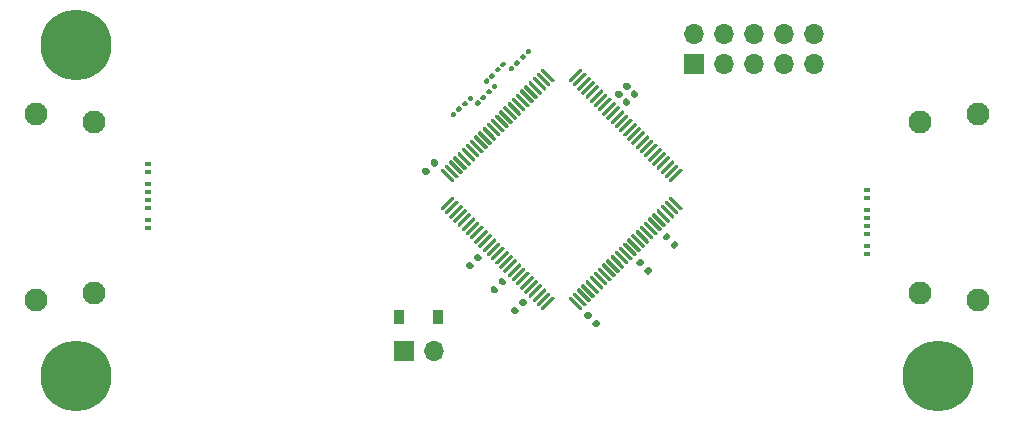
<source format=gbr>
%TF.GenerationSoftware,KiCad,Pcbnew,(5.1.10)-1*%
%TF.CreationDate,2021-07-24T21:30:02+02:00*%
%TF.ProjectId,Trugbild,54727567-6269-46c6-942e-6b696361645f,rev?*%
%TF.SameCoordinates,Original*%
%TF.FileFunction,Soldermask,Top*%
%TF.FilePolarity,Negative*%
%FSLAX46Y46*%
G04 Gerber Fmt 4.6, Leading zero omitted, Abs format (unit mm)*
G04 Created by KiCad (PCBNEW (5.1.10)-1) date 2021-07-24 21:30:02*
%MOMM*%
%LPD*%
G01*
G04 APERTURE LIST*
%ADD10C,6.000000*%
%ADD11O,1.700000X1.700000*%
%ADD12R,1.700000X1.700000*%
%ADD13R,0.550000X0.300000*%
%ADD14C,1.950000*%
%ADD15R,0.900000X1.200000*%
G04 APERTURE END LIST*
D10*
%TO.C,REF\u002A\u002A*%
X108000000Y-118950000D03*
%TD*%
%TO.C,REF\u002A\u002A*%
X181000000Y-118950000D03*
%TD*%
%TO.C,REF\u002A\u002A*%
X108000000Y-90950000D03*
%TD*%
%TO.C,U2*%
G36*
G01*
X139831546Y-102598959D02*
X138894630Y-101662043D01*
G75*
G02*
X138894630Y-101555977I53033J53033D01*
G01*
X139000696Y-101449911D01*
G75*
G02*
X139106762Y-101449911I53033J-53033D01*
G01*
X140043678Y-102386827D01*
G75*
G02*
X140043678Y-102492893I-53033J-53033D01*
G01*
X139937612Y-102598959D01*
G75*
G02*
X139831546Y-102598959I-53033J53033D01*
G01*
G37*
G36*
G01*
X140185099Y-102245406D02*
X139248183Y-101308490D01*
G75*
G02*
X139248183Y-101202424I53033J53033D01*
G01*
X139354249Y-101096358D01*
G75*
G02*
X139460315Y-101096358I53033J-53033D01*
G01*
X140397231Y-102033274D01*
G75*
G02*
X140397231Y-102139340I-53033J-53033D01*
G01*
X140291165Y-102245406D01*
G75*
G02*
X140185099Y-102245406I-53033J53033D01*
G01*
G37*
G36*
G01*
X140538652Y-101891852D02*
X139601736Y-100954936D01*
G75*
G02*
X139601736Y-100848870I53033J53033D01*
G01*
X139707802Y-100742804D01*
G75*
G02*
X139813868Y-100742804I53033J-53033D01*
G01*
X140750784Y-101679720D01*
G75*
G02*
X140750784Y-101785786I-53033J-53033D01*
G01*
X140644718Y-101891852D01*
G75*
G02*
X140538652Y-101891852I-53033J53033D01*
G01*
G37*
G36*
G01*
X140892206Y-101538299D02*
X139955290Y-100601383D01*
G75*
G02*
X139955290Y-100495317I53033J53033D01*
G01*
X140061356Y-100389251D01*
G75*
G02*
X140167422Y-100389251I53033J-53033D01*
G01*
X141104338Y-101326167D01*
G75*
G02*
X141104338Y-101432233I-53033J-53033D01*
G01*
X140998272Y-101538299D01*
G75*
G02*
X140892206Y-101538299I-53033J53033D01*
G01*
G37*
G36*
G01*
X141245759Y-101184745D02*
X140308843Y-100247829D01*
G75*
G02*
X140308843Y-100141763I53033J53033D01*
G01*
X140414909Y-100035697D01*
G75*
G02*
X140520975Y-100035697I53033J-53033D01*
G01*
X141457891Y-100972613D01*
G75*
G02*
X141457891Y-101078679I-53033J-53033D01*
G01*
X141351825Y-101184745D01*
G75*
G02*
X141245759Y-101184745I-53033J53033D01*
G01*
G37*
G36*
G01*
X141599313Y-100831192D02*
X140662397Y-99894276D01*
G75*
G02*
X140662397Y-99788210I53033J53033D01*
G01*
X140768463Y-99682144D01*
G75*
G02*
X140874529Y-99682144I53033J-53033D01*
G01*
X141811445Y-100619060D01*
G75*
G02*
X141811445Y-100725126I-53033J-53033D01*
G01*
X141705379Y-100831192D01*
G75*
G02*
X141599313Y-100831192I-53033J53033D01*
G01*
G37*
G36*
G01*
X141952866Y-100477639D02*
X141015950Y-99540723D01*
G75*
G02*
X141015950Y-99434657I53033J53033D01*
G01*
X141122016Y-99328591D01*
G75*
G02*
X141228082Y-99328591I53033J-53033D01*
G01*
X142164998Y-100265507D01*
G75*
G02*
X142164998Y-100371573I-53033J-53033D01*
G01*
X142058932Y-100477639D01*
G75*
G02*
X141952866Y-100477639I-53033J53033D01*
G01*
G37*
G36*
G01*
X142306419Y-100124085D02*
X141369503Y-99187169D01*
G75*
G02*
X141369503Y-99081103I53033J53033D01*
G01*
X141475569Y-98975037D01*
G75*
G02*
X141581635Y-98975037I53033J-53033D01*
G01*
X142518551Y-99911953D01*
G75*
G02*
X142518551Y-100018019I-53033J-53033D01*
G01*
X142412485Y-100124085D01*
G75*
G02*
X142306419Y-100124085I-53033J53033D01*
G01*
G37*
G36*
G01*
X142659973Y-99770532D02*
X141723057Y-98833616D01*
G75*
G02*
X141723057Y-98727550I53033J53033D01*
G01*
X141829123Y-98621484D01*
G75*
G02*
X141935189Y-98621484I53033J-53033D01*
G01*
X142872105Y-99558400D01*
G75*
G02*
X142872105Y-99664466I-53033J-53033D01*
G01*
X142766039Y-99770532D01*
G75*
G02*
X142659973Y-99770532I-53033J53033D01*
G01*
G37*
G36*
G01*
X143013526Y-99416978D02*
X142076610Y-98480062D01*
G75*
G02*
X142076610Y-98373996I53033J53033D01*
G01*
X142182676Y-98267930D01*
G75*
G02*
X142288742Y-98267930I53033J-53033D01*
G01*
X143225658Y-99204846D01*
G75*
G02*
X143225658Y-99310912I-53033J-53033D01*
G01*
X143119592Y-99416978D01*
G75*
G02*
X143013526Y-99416978I-53033J53033D01*
G01*
G37*
G36*
G01*
X143367080Y-99063425D02*
X142430164Y-98126509D01*
G75*
G02*
X142430164Y-98020443I53033J53033D01*
G01*
X142536230Y-97914377D01*
G75*
G02*
X142642296Y-97914377I53033J-53033D01*
G01*
X143579212Y-98851293D01*
G75*
G02*
X143579212Y-98957359I-53033J-53033D01*
G01*
X143473146Y-99063425D01*
G75*
G02*
X143367080Y-99063425I-53033J53033D01*
G01*
G37*
G36*
G01*
X143720633Y-98709872D02*
X142783717Y-97772956D01*
G75*
G02*
X142783717Y-97666890I53033J53033D01*
G01*
X142889783Y-97560824D01*
G75*
G02*
X142995849Y-97560824I53033J-53033D01*
G01*
X143932765Y-98497740D01*
G75*
G02*
X143932765Y-98603806I-53033J-53033D01*
G01*
X143826699Y-98709872D01*
G75*
G02*
X143720633Y-98709872I-53033J53033D01*
G01*
G37*
G36*
G01*
X144074186Y-98356318D02*
X143137270Y-97419402D01*
G75*
G02*
X143137270Y-97313336I53033J53033D01*
G01*
X143243336Y-97207270D01*
G75*
G02*
X143349402Y-97207270I53033J-53033D01*
G01*
X144286318Y-98144186D01*
G75*
G02*
X144286318Y-98250252I-53033J-53033D01*
G01*
X144180252Y-98356318D01*
G75*
G02*
X144074186Y-98356318I-53033J53033D01*
G01*
G37*
G36*
G01*
X144427740Y-98002765D02*
X143490824Y-97065849D01*
G75*
G02*
X143490824Y-96959783I53033J53033D01*
G01*
X143596890Y-96853717D01*
G75*
G02*
X143702956Y-96853717I53033J-53033D01*
G01*
X144639872Y-97790633D01*
G75*
G02*
X144639872Y-97896699I-53033J-53033D01*
G01*
X144533806Y-98002765D01*
G75*
G02*
X144427740Y-98002765I-53033J53033D01*
G01*
G37*
G36*
G01*
X144781293Y-97649212D02*
X143844377Y-96712296D01*
G75*
G02*
X143844377Y-96606230I53033J53033D01*
G01*
X143950443Y-96500164D01*
G75*
G02*
X144056509Y-96500164I53033J-53033D01*
G01*
X144993425Y-97437080D01*
G75*
G02*
X144993425Y-97543146I-53033J-53033D01*
G01*
X144887359Y-97649212D01*
G75*
G02*
X144781293Y-97649212I-53033J53033D01*
G01*
G37*
G36*
G01*
X145134846Y-97295658D02*
X144197930Y-96358742D01*
G75*
G02*
X144197930Y-96252676I53033J53033D01*
G01*
X144303996Y-96146610D01*
G75*
G02*
X144410062Y-96146610I53033J-53033D01*
G01*
X145346978Y-97083526D01*
G75*
G02*
X145346978Y-97189592I-53033J-53033D01*
G01*
X145240912Y-97295658D01*
G75*
G02*
X145134846Y-97295658I-53033J53033D01*
G01*
G37*
G36*
G01*
X145488400Y-96942105D02*
X144551484Y-96005189D01*
G75*
G02*
X144551484Y-95899123I53033J53033D01*
G01*
X144657550Y-95793057D01*
G75*
G02*
X144763616Y-95793057I53033J-53033D01*
G01*
X145700532Y-96729973D01*
G75*
G02*
X145700532Y-96836039I-53033J-53033D01*
G01*
X145594466Y-96942105D01*
G75*
G02*
X145488400Y-96942105I-53033J53033D01*
G01*
G37*
G36*
G01*
X145841953Y-96588551D02*
X144905037Y-95651635D01*
G75*
G02*
X144905037Y-95545569I53033J53033D01*
G01*
X145011103Y-95439503D01*
G75*
G02*
X145117169Y-95439503I53033J-53033D01*
G01*
X146054085Y-96376419D01*
G75*
G02*
X146054085Y-96482485I-53033J-53033D01*
G01*
X145948019Y-96588551D01*
G75*
G02*
X145841953Y-96588551I-53033J53033D01*
G01*
G37*
G36*
G01*
X146195507Y-96234998D02*
X145258591Y-95298082D01*
G75*
G02*
X145258591Y-95192016I53033J53033D01*
G01*
X145364657Y-95085950D01*
G75*
G02*
X145470723Y-95085950I53033J-53033D01*
G01*
X146407639Y-96022866D01*
G75*
G02*
X146407639Y-96128932I-53033J-53033D01*
G01*
X146301573Y-96234998D01*
G75*
G02*
X146195507Y-96234998I-53033J53033D01*
G01*
G37*
G36*
G01*
X146549060Y-95881445D02*
X145612144Y-94944529D01*
G75*
G02*
X145612144Y-94838463I53033J53033D01*
G01*
X145718210Y-94732397D01*
G75*
G02*
X145824276Y-94732397I53033J-53033D01*
G01*
X146761192Y-95669313D01*
G75*
G02*
X146761192Y-95775379I-53033J-53033D01*
G01*
X146655126Y-95881445D01*
G75*
G02*
X146549060Y-95881445I-53033J53033D01*
G01*
G37*
G36*
G01*
X146902613Y-95527891D02*
X145965697Y-94590975D01*
G75*
G02*
X145965697Y-94484909I53033J53033D01*
G01*
X146071763Y-94378843D01*
G75*
G02*
X146177829Y-94378843I53033J-53033D01*
G01*
X147114745Y-95315759D01*
G75*
G02*
X147114745Y-95421825I-53033J-53033D01*
G01*
X147008679Y-95527891D01*
G75*
G02*
X146902613Y-95527891I-53033J53033D01*
G01*
G37*
G36*
G01*
X147256167Y-95174338D02*
X146319251Y-94237422D01*
G75*
G02*
X146319251Y-94131356I53033J53033D01*
G01*
X146425317Y-94025290D01*
G75*
G02*
X146531383Y-94025290I53033J-53033D01*
G01*
X147468299Y-94962206D01*
G75*
G02*
X147468299Y-95068272I-53033J-53033D01*
G01*
X147362233Y-95174338D01*
G75*
G02*
X147256167Y-95174338I-53033J53033D01*
G01*
G37*
G36*
G01*
X147609720Y-94820784D02*
X146672804Y-93883868D01*
G75*
G02*
X146672804Y-93777802I53033J53033D01*
G01*
X146778870Y-93671736D01*
G75*
G02*
X146884936Y-93671736I53033J-53033D01*
G01*
X147821852Y-94608652D01*
G75*
G02*
X147821852Y-94714718I-53033J-53033D01*
G01*
X147715786Y-94820784D01*
G75*
G02*
X147609720Y-94820784I-53033J53033D01*
G01*
G37*
G36*
G01*
X147963274Y-94467231D02*
X147026358Y-93530315D01*
G75*
G02*
X147026358Y-93424249I53033J53033D01*
G01*
X147132424Y-93318183D01*
G75*
G02*
X147238490Y-93318183I53033J-53033D01*
G01*
X148175406Y-94255099D01*
G75*
G02*
X148175406Y-94361165I-53033J-53033D01*
G01*
X148069340Y-94467231D01*
G75*
G02*
X147963274Y-94467231I-53033J53033D01*
G01*
G37*
G36*
G01*
X148316827Y-94113678D02*
X147379911Y-93176762D01*
G75*
G02*
X147379911Y-93070696I53033J53033D01*
G01*
X147485977Y-92964630D01*
G75*
G02*
X147592043Y-92964630I53033J-53033D01*
G01*
X148528959Y-93901546D01*
G75*
G02*
X148528959Y-94007612I-53033J-53033D01*
G01*
X148422893Y-94113678D01*
G75*
G02*
X148316827Y-94113678I-53033J53033D01*
G01*
G37*
G36*
G01*
X149837107Y-94113678D02*
X149731041Y-94007612D01*
G75*
G02*
X149731041Y-93901546I53033J53033D01*
G01*
X150667957Y-92964630D01*
G75*
G02*
X150774023Y-92964630I53033J-53033D01*
G01*
X150880089Y-93070696D01*
G75*
G02*
X150880089Y-93176762I-53033J-53033D01*
G01*
X149943173Y-94113678D01*
G75*
G02*
X149837107Y-94113678I-53033J53033D01*
G01*
G37*
G36*
G01*
X150190660Y-94467231D02*
X150084594Y-94361165D01*
G75*
G02*
X150084594Y-94255099I53033J53033D01*
G01*
X151021510Y-93318183D01*
G75*
G02*
X151127576Y-93318183I53033J-53033D01*
G01*
X151233642Y-93424249D01*
G75*
G02*
X151233642Y-93530315I-53033J-53033D01*
G01*
X150296726Y-94467231D01*
G75*
G02*
X150190660Y-94467231I-53033J53033D01*
G01*
G37*
G36*
G01*
X150544214Y-94820784D02*
X150438148Y-94714718D01*
G75*
G02*
X150438148Y-94608652I53033J53033D01*
G01*
X151375064Y-93671736D01*
G75*
G02*
X151481130Y-93671736I53033J-53033D01*
G01*
X151587196Y-93777802D01*
G75*
G02*
X151587196Y-93883868I-53033J-53033D01*
G01*
X150650280Y-94820784D01*
G75*
G02*
X150544214Y-94820784I-53033J53033D01*
G01*
G37*
G36*
G01*
X150897767Y-95174338D02*
X150791701Y-95068272D01*
G75*
G02*
X150791701Y-94962206I53033J53033D01*
G01*
X151728617Y-94025290D01*
G75*
G02*
X151834683Y-94025290I53033J-53033D01*
G01*
X151940749Y-94131356D01*
G75*
G02*
X151940749Y-94237422I-53033J-53033D01*
G01*
X151003833Y-95174338D01*
G75*
G02*
X150897767Y-95174338I-53033J53033D01*
G01*
G37*
G36*
G01*
X151251321Y-95527891D02*
X151145255Y-95421825D01*
G75*
G02*
X151145255Y-95315759I53033J53033D01*
G01*
X152082171Y-94378843D01*
G75*
G02*
X152188237Y-94378843I53033J-53033D01*
G01*
X152294303Y-94484909D01*
G75*
G02*
X152294303Y-94590975I-53033J-53033D01*
G01*
X151357387Y-95527891D01*
G75*
G02*
X151251321Y-95527891I-53033J53033D01*
G01*
G37*
G36*
G01*
X151604874Y-95881445D02*
X151498808Y-95775379D01*
G75*
G02*
X151498808Y-95669313I53033J53033D01*
G01*
X152435724Y-94732397D01*
G75*
G02*
X152541790Y-94732397I53033J-53033D01*
G01*
X152647856Y-94838463D01*
G75*
G02*
X152647856Y-94944529I-53033J-53033D01*
G01*
X151710940Y-95881445D01*
G75*
G02*
X151604874Y-95881445I-53033J53033D01*
G01*
G37*
G36*
G01*
X151958427Y-96234998D02*
X151852361Y-96128932D01*
G75*
G02*
X151852361Y-96022866I53033J53033D01*
G01*
X152789277Y-95085950D01*
G75*
G02*
X152895343Y-95085950I53033J-53033D01*
G01*
X153001409Y-95192016D01*
G75*
G02*
X153001409Y-95298082I-53033J-53033D01*
G01*
X152064493Y-96234998D01*
G75*
G02*
X151958427Y-96234998I-53033J53033D01*
G01*
G37*
G36*
G01*
X152311981Y-96588551D02*
X152205915Y-96482485D01*
G75*
G02*
X152205915Y-96376419I53033J53033D01*
G01*
X153142831Y-95439503D01*
G75*
G02*
X153248897Y-95439503I53033J-53033D01*
G01*
X153354963Y-95545569D01*
G75*
G02*
X153354963Y-95651635I-53033J-53033D01*
G01*
X152418047Y-96588551D01*
G75*
G02*
X152311981Y-96588551I-53033J53033D01*
G01*
G37*
G36*
G01*
X152665534Y-96942105D02*
X152559468Y-96836039D01*
G75*
G02*
X152559468Y-96729973I53033J53033D01*
G01*
X153496384Y-95793057D01*
G75*
G02*
X153602450Y-95793057I53033J-53033D01*
G01*
X153708516Y-95899123D01*
G75*
G02*
X153708516Y-96005189I-53033J-53033D01*
G01*
X152771600Y-96942105D01*
G75*
G02*
X152665534Y-96942105I-53033J53033D01*
G01*
G37*
G36*
G01*
X153019088Y-97295658D02*
X152913022Y-97189592D01*
G75*
G02*
X152913022Y-97083526I53033J53033D01*
G01*
X153849938Y-96146610D01*
G75*
G02*
X153956004Y-96146610I53033J-53033D01*
G01*
X154062070Y-96252676D01*
G75*
G02*
X154062070Y-96358742I-53033J-53033D01*
G01*
X153125154Y-97295658D01*
G75*
G02*
X153019088Y-97295658I-53033J53033D01*
G01*
G37*
G36*
G01*
X153372641Y-97649212D02*
X153266575Y-97543146D01*
G75*
G02*
X153266575Y-97437080I53033J53033D01*
G01*
X154203491Y-96500164D01*
G75*
G02*
X154309557Y-96500164I53033J-53033D01*
G01*
X154415623Y-96606230D01*
G75*
G02*
X154415623Y-96712296I-53033J-53033D01*
G01*
X153478707Y-97649212D01*
G75*
G02*
X153372641Y-97649212I-53033J53033D01*
G01*
G37*
G36*
G01*
X153726194Y-98002765D02*
X153620128Y-97896699D01*
G75*
G02*
X153620128Y-97790633I53033J53033D01*
G01*
X154557044Y-96853717D01*
G75*
G02*
X154663110Y-96853717I53033J-53033D01*
G01*
X154769176Y-96959783D01*
G75*
G02*
X154769176Y-97065849I-53033J-53033D01*
G01*
X153832260Y-98002765D01*
G75*
G02*
X153726194Y-98002765I-53033J53033D01*
G01*
G37*
G36*
G01*
X154079748Y-98356318D02*
X153973682Y-98250252D01*
G75*
G02*
X153973682Y-98144186I53033J53033D01*
G01*
X154910598Y-97207270D01*
G75*
G02*
X155016664Y-97207270I53033J-53033D01*
G01*
X155122730Y-97313336D01*
G75*
G02*
X155122730Y-97419402I-53033J-53033D01*
G01*
X154185814Y-98356318D01*
G75*
G02*
X154079748Y-98356318I-53033J53033D01*
G01*
G37*
G36*
G01*
X154433301Y-98709872D02*
X154327235Y-98603806D01*
G75*
G02*
X154327235Y-98497740I53033J53033D01*
G01*
X155264151Y-97560824D01*
G75*
G02*
X155370217Y-97560824I53033J-53033D01*
G01*
X155476283Y-97666890D01*
G75*
G02*
X155476283Y-97772956I-53033J-53033D01*
G01*
X154539367Y-98709872D01*
G75*
G02*
X154433301Y-98709872I-53033J53033D01*
G01*
G37*
G36*
G01*
X154786854Y-99063425D02*
X154680788Y-98957359D01*
G75*
G02*
X154680788Y-98851293I53033J53033D01*
G01*
X155617704Y-97914377D01*
G75*
G02*
X155723770Y-97914377I53033J-53033D01*
G01*
X155829836Y-98020443D01*
G75*
G02*
X155829836Y-98126509I-53033J-53033D01*
G01*
X154892920Y-99063425D01*
G75*
G02*
X154786854Y-99063425I-53033J53033D01*
G01*
G37*
G36*
G01*
X155140408Y-99416978D02*
X155034342Y-99310912D01*
G75*
G02*
X155034342Y-99204846I53033J53033D01*
G01*
X155971258Y-98267930D01*
G75*
G02*
X156077324Y-98267930I53033J-53033D01*
G01*
X156183390Y-98373996D01*
G75*
G02*
X156183390Y-98480062I-53033J-53033D01*
G01*
X155246474Y-99416978D01*
G75*
G02*
X155140408Y-99416978I-53033J53033D01*
G01*
G37*
G36*
G01*
X155493961Y-99770532D02*
X155387895Y-99664466D01*
G75*
G02*
X155387895Y-99558400I53033J53033D01*
G01*
X156324811Y-98621484D01*
G75*
G02*
X156430877Y-98621484I53033J-53033D01*
G01*
X156536943Y-98727550D01*
G75*
G02*
X156536943Y-98833616I-53033J-53033D01*
G01*
X155600027Y-99770532D01*
G75*
G02*
X155493961Y-99770532I-53033J53033D01*
G01*
G37*
G36*
G01*
X155847515Y-100124085D02*
X155741449Y-100018019D01*
G75*
G02*
X155741449Y-99911953I53033J53033D01*
G01*
X156678365Y-98975037D01*
G75*
G02*
X156784431Y-98975037I53033J-53033D01*
G01*
X156890497Y-99081103D01*
G75*
G02*
X156890497Y-99187169I-53033J-53033D01*
G01*
X155953581Y-100124085D01*
G75*
G02*
X155847515Y-100124085I-53033J53033D01*
G01*
G37*
G36*
G01*
X156201068Y-100477639D02*
X156095002Y-100371573D01*
G75*
G02*
X156095002Y-100265507I53033J53033D01*
G01*
X157031918Y-99328591D01*
G75*
G02*
X157137984Y-99328591I53033J-53033D01*
G01*
X157244050Y-99434657D01*
G75*
G02*
X157244050Y-99540723I-53033J-53033D01*
G01*
X156307134Y-100477639D01*
G75*
G02*
X156201068Y-100477639I-53033J53033D01*
G01*
G37*
G36*
G01*
X156554621Y-100831192D02*
X156448555Y-100725126D01*
G75*
G02*
X156448555Y-100619060I53033J53033D01*
G01*
X157385471Y-99682144D01*
G75*
G02*
X157491537Y-99682144I53033J-53033D01*
G01*
X157597603Y-99788210D01*
G75*
G02*
X157597603Y-99894276I-53033J-53033D01*
G01*
X156660687Y-100831192D01*
G75*
G02*
X156554621Y-100831192I-53033J53033D01*
G01*
G37*
G36*
G01*
X156908175Y-101184745D02*
X156802109Y-101078679D01*
G75*
G02*
X156802109Y-100972613I53033J53033D01*
G01*
X157739025Y-100035697D01*
G75*
G02*
X157845091Y-100035697I53033J-53033D01*
G01*
X157951157Y-100141763D01*
G75*
G02*
X157951157Y-100247829I-53033J-53033D01*
G01*
X157014241Y-101184745D01*
G75*
G02*
X156908175Y-101184745I-53033J53033D01*
G01*
G37*
G36*
G01*
X157261728Y-101538299D02*
X157155662Y-101432233D01*
G75*
G02*
X157155662Y-101326167I53033J53033D01*
G01*
X158092578Y-100389251D01*
G75*
G02*
X158198644Y-100389251I53033J-53033D01*
G01*
X158304710Y-100495317D01*
G75*
G02*
X158304710Y-100601383I-53033J-53033D01*
G01*
X157367794Y-101538299D01*
G75*
G02*
X157261728Y-101538299I-53033J53033D01*
G01*
G37*
G36*
G01*
X157615282Y-101891852D02*
X157509216Y-101785786D01*
G75*
G02*
X157509216Y-101679720I53033J53033D01*
G01*
X158446132Y-100742804D01*
G75*
G02*
X158552198Y-100742804I53033J-53033D01*
G01*
X158658264Y-100848870D01*
G75*
G02*
X158658264Y-100954936I-53033J-53033D01*
G01*
X157721348Y-101891852D01*
G75*
G02*
X157615282Y-101891852I-53033J53033D01*
G01*
G37*
G36*
G01*
X157968835Y-102245406D02*
X157862769Y-102139340D01*
G75*
G02*
X157862769Y-102033274I53033J53033D01*
G01*
X158799685Y-101096358D01*
G75*
G02*
X158905751Y-101096358I53033J-53033D01*
G01*
X159011817Y-101202424D01*
G75*
G02*
X159011817Y-101308490I-53033J-53033D01*
G01*
X158074901Y-102245406D01*
G75*
G02*
X157968835Y-102245406I-53033J53033D01*
G01*
G37*
G36*
G01*
X158322388Y-102598959D02*
X158216322Y-102492893D01*
G75*
G02*
X158216322Y-102386827I53033J53033D01*
G01*
X159153238Y-101449911D01*
G75*
G02*
X159259304Y-101449911I53033J-53033D01*
G01*
X159365370Y-101555977D01*
G75*
G02*
X159365370Y-101662043I-53033J-53033D01*
G01*
X158428454Y-102598959D01*
G75*
G02*
X158322388Y-102598959I-53033J53033D01*
G01*
G37*
G36*
G01*
X159153238Y-104950089D02*
X158216322Y-104013173D01*
G75*
G02*
X158216322Y-103907107I53033J53033D01*
G01*
X158322388Y-103801041D01*
G75*
G02*
X158428454Y-103801041I53033J-53033D01*
G01*
X159365370Y-104737957D01*
G75*
G02*
X159365370Y-104844023I-53033J-53033D01*
G01*
X159259304Y-104950089D01*
G75*
G02*
X159153238Y-104950089I-53033J53033D01*
G01*
G37*
G36*
G01*
X158799685Y-105303642D02*
X157862769Y-104366726D01*
G75*
G02*
X157862769Y-104260660I53033J53033D01*
G01*
X157968835Y-104154594D01*
G75*
G02*
X158074901Y-104154594I53033J-53033D01*
G01*
X159011817Y-105091510D01*
G75*
G02*
X159011817Y-105197576I-53033J-53033D01*
G01*
X158905751Y-105303642D01*
G75*
G02*
X158799685Y-105303642I-53033J53033D01*
G01*
G37*
G36*
G01*
X158446132Y-105657196D02*
X157509216Y-104720280D01*
G75*
G02*
X157509216Y-104614214I53033J53033D01*
G01*
X157615282Y-104508148D01*
G75*
G02*
X157721348Y-104508148I53033J-53033D01*
G01*
X158658264Y-105445064D01*
G75*
G02*
X158658264Y-105551130I-53033J-53033D01*
G01*
X158552198Y-105657196D01*
G75*
G02*
X158446132Y-105657196I-53033J53033D01*
G01*
G37*
G36*
G01*
X158092578Y-106010749D02*
X157155662Y-105073833D01*
G75*
G02*
X157155662Y-104967767I53033J53033D01*
G01*
X157261728Y-104861701D01*
G75*
G02*
X157367794Y-104861701I53033J-53033D01*
G01*
X158304710Y-105798617D01*
G75*
G02*
X158304710Y-105904683I-53033J-53033D01*
G01*
X158198644Y-106010749D01*
G75*
G02*
X158092578Y-106010749I-53033J53033D01*
G01*
G37*
G36*
G01*
X157739025Y-106364303D02*
X156802109Y-105427387D01*
G75*
G02*
X156802109Y-105321321I53033J53033D01*
G01*
X156908175Y-105215255D01*
G75*
G02*
X157014241Y-105215255I53033J-53033D01*
G01*
X157951157Y-106152171D01*
G75*
G02*
X157951157Y-106258237I-53033J-53033D01*
G01*
X157845091Y-106364303D01*
G75*
G02*
X157739025Y-106364303I-53033J53033D01*
G01*
G37*
G36*
G01*
X157385471Y-106717856D02*
X156448555Y-105780940D01*
G75*
G02*
X156448555Y-105674874I53033J53033D01*
G01*
X156554621Y-105568808D01*
G75*
G02*
X156660687Y-105568808I53033J-53033D01*
G01*
X157597603Y-106505724D01*
G75*
G02*
X157597603Y-106611790I-53033J-53033D01*
G01*
X157491537Y-106717856D01*
G75*
G02*
X157385471Y-106717856I-53033J53033D01*
G01*
G37*
G36*
G01*
X157031918Y-107071409D02*
X156095002Y-106134493D01*
G75*
G02*
X156095002Y-106028427I53033J53033D01*
G01*
X156201068Y-105922361D01*
G75*
G02*
X156307134Y-105922361I53033J-53033D01*
G01*
X157244050Y-106859277D01*
G75*
G02*
X157244050Y-106965343I-53033J-53033D01*
G01*
X157137984Y-107071409D01*
G75*
G02*
X157031918Y-107071409I-53033J53033D01*
G01*
G37*
G36*
G01*
X156678365Y-107424963D02*
X155741449Y-106488047D01*
G75*
G02*
X155741449Y-106381981I53033J53033D01*
G01*
X155847515Y-106275915D01*
G75*
G02*
X155953581Y-106275915I53033J-53033D01*
G01*
X156890497Y-107212831D01*
G75*
G02*
X156890497Y-107318897I-53033J-53033D01*
G01*
X156784431Y-107424963D01*
G75*
G02*
X156678365Y-107424963I-53033J53033D01*
G01*
G37*
G36*
G01*
X156324811Y-107778516D02*
X155387895Y-106841600D01*
G75*
G02*
X155387895Y-106735534I53033J53033D01*
G01*
X155493961Y-106629468D01*
G75*
G02*
X155600027Y-106629468I53033J-53033D01*
G01*
X156536943Y-107566384D01*
G75*
G02*
X156536943Y-107672450I-53033J-53033D01*
G01*
X156430877Y-107778516D01*
G75*
G02*
X156324811Y-107778516I-53033J53033D01*
G01*
G37*
G36*
G01*
X155971258Y-108132070D02*
X155034342Y-107195154D01*
G75*
G02*
X155034342Y-107089088I53033J53033D01*
G01*
X155140408Y-106983022D01*
G75*
G02*
X155246474Y-106983022I53033J-53033D01*
G01*
X156183390Y-107919938D01*
G75*
G02*
X156183390Y-108026004I-53033J-53033D01*
G01*
X156077324Y-108132070D01*
G75*
G02*
X155971258Y-108132070I-53033J53033D01*
G01*
G37*
G36*
G01*
X155617704Y-108485623D02*
X154680788Y-107548707D01*
G75*
G02*
X154680788Y-107442641I53033J53033D01*
G01*
X154786854Y-107336575D01*
G75*
G02*
X154892920Y-107336575I53033J-53033D01*
G01*
X155829836Y-108273491D01*
G75*
G02*
X155829836Y-108379557I-53033J-53033D01*
G01*
X155723770Y-108485623D01*
G75*
G02*
X155617704Y-108485623I-53033J53033D01*
G01*
G37*
G36*
G01*
X155264151Y-108839176D02*
X154327235Y-107902260D01*
G75*
G02*
X154327235Y-107796194I53033J53033D01*
G01*
X154433301Y-107690128D01*
G75*
G02*
X154539367Y-107690128I53033J-53033D01*
G01*
X155476283Y-108627044D01*
G75*
G02*
X155476283Y-108733110I-53033J-53033D01*
G01*
X155370217Y-108839176D01*
G75*
G02*
X155264151Y-108839176I-53033J53033D01*
G01*
G37*
G36*
G01*
X154910598Y-109192730D02*
X153973682Y-108255814D01*
G75*
G02*
X153973682Y-108149748I53033J53033D01*
G01*
X154079748Y-108043682D01*
G75*
G02*
X154185814Y-108043682I53033J-53033D01*
G01*
X155122730Y-108980598D01*
G75*
G02*
X155122730Y-109086664I-53033J-53033D01*
G01*
X155016664Y-109192730D01*
G75*
G02*
X154910598Y-109192730I-53033J53033D01*
G01*
G37*
G36*
G01*
X154557044Y-109546283D02*
X153620128Y-108609367D01*
G75*
G02*
X153620128Y-108503301I53033J53033D01*
G01*
X153726194Y-108397235D01*
G75*
G02*
X153832260Y-108397235I53033J-53033D01*
G01*
X154769176Y-109334151D01*
G75*
G02*
X154769176Y-109440217I-53033J-53033D01*
G01*
X154663110Y-109546283D01*
G75*
G02*
X154557044Y-109546283I-53033J53033D01*
G01*
G37*
G36*
G01*
X154203491Y-109899836D02*
X153266575Y-108962920D01*
G75*
G02*
X153266575Y-108856854I53033J53033D01*
G01*
X153372641Y-108750788D01*
G75*
G02*
X153478707Y-108750788I53033J-53033D01*
G01*
X154415623Y-109687704D01*
G75*
G02*
X154415623Y-109793770I-53033J-53033D01*
G01*
X154309557Y-109899836D01*
G75*
G02*
X154203491Y-109899836I-53033J53033D01*
G01*
G37*
G36*
G01*
X153849938Y-110253390D02*
X152913022Y-109316474D01*
G75*
G02*
X152913022Y-109210408I53033J53033D01*
G01*
X153019088Y-109104342D01*
G75*
G02*
X153125154Y-109104342I53033J-53033D01*
G01*
X154062070Y-110041258D01*
G75*
G02*
X154062070Y-110147324I-53033J-53033D01*
G01*
X153956004Y-110253390D01*
G75*
G02*
X153849938Y-110253390I-53033J53033D01*
G01*
G37*
G36*
G01*
X153496384Y-110606943D02*
X152559468Y-109670027D01*
G75*
G02*
X152559468Y-109563961I53033J53033D01*
G01*
X152665534Y-109457895D01*
G75*
G02*
X152771600Y-109457895I53033J-53033D01*
G01*
X153708516Y-110394811D01*
G75*
G02*
X153708516Y-110500877I-53033J-53033D01*
G01*
X153602450Y-110606943D01*
G75*
G02*
X153496384Y-110606943I-53033J53033D01*
G01*
G37*
G36*
G01*
X153142831Y-110960497D02*
X152205915Y-110023581D01*
G75*
G02*
X152205915Y-109917515I53033J53033D01*
G01*
X152311981Y-109811449D01*
G75*
G02*
X152418047Y-109811449I53033J-53033D01*
G01*
X153354963Y-110748365D01*
G75*
G02*
X153354963Y-110854431I-53033J-53033D01*
G01*
X153248897Y-110960497D01*
G75*
G02*
X153142831Y-110960497I-53033J53033D01*
G01*
G37*
G36*
G01*
X152789277Y-111314050D02*
X151852361Y-110377134D01*
G75*
G02*
X151852361Y-110271068I53033J53033D01*
G01*
X151958427Y-110165002D01*
G75*
G02*
X152064493Y-110165002I53033J-53033D01*
G01*
X153001409Y-111101918D01*
G75*
G02*
X153001409Y-111207984I-53033J-53033D01*
G01*
X152895343Y-111314050D01*
G75*
G02*
X152789277Y-111314050I-53033J53033D01*
G01*
G37*
G36*
G01*
X152435724Y-111667603D02*
X151498808Y-110730687D01*
G75*
G02*
X151498808Y-110624621I53033J53033D01*
G01*
X151604874Y-110518555D01*
G75*
G02*
X151710940Y-110518555I53033J-53033D01*
G01*
X152647856Y-111455471D01*
G75*
G02*
X152647856Y-111561537I-53033J-53033D01*
G01*
X152541790Y-111667603D01*
G75*
G02*
X152435724Y-111667603I-53033J53033D01*
G01*
G37*
G36*
G01*
X152082171Y-112021157D02*
X151145255Y-111084241D01*
G75*
G02*
X151145255Y-110978175I53033J53033D01*
G01*
X151251321Y-110872109D01*
G75*
G02*
X151357387Y-110872109I53033J-53033D01*
G01*
X152294303Y-111809025D01*
G75*
G02*
X152294303Y-111915091I-53033J-53033D01*
G01*
X152188237Y-112021157D01*
G75*
G02*
X152082171Y-112021157I-53033J53033D01*
G01*
G37*
G36*
G01*
X151728617Y-112374710D02*
X150791701Y-111437794D01*
G75*
G02*
X150791701Y-111331728I53033J53033D01*
G01*
X150897767Y-111225662D01*
G75*
G02*
X151003833Y-111225662I53033J-53033D01*
G01*
X151940749Y-112162578D01*
G75*
G02*
X151940749Y-112268644I-53033J-53033D01*
G01*
X151834683Y-112374710D01*
G75*
G02*
X151728617Y-112374710I-53033J53033D01*
G01*
G37*
G36*
G01*
X151375064Y-112728264D02*
X150438148Y-111791348D01*
G75*
G02*
X150438148Y-111685282I53033J53033D01*
G01*
X150544214Y-111579216D01*
G75*
G02*
X150650280Y-111579216I53033J-53033D01*
G01*
X151587196Y-112516132D01*
G75*
G02*
X151587196Y-112622198I-53033J-53033D01*
G01*
X151481130Y-112728264D01*
G75*
G02*
X151375064Y-112728264I-53033J53033D01*
G01*
G37*
G36*
G01*
X151021510Y-113081817D02*
X150084594Y-112144901D01*
G75*
G02*
X150084594Y-112038835I53033J53033D01*
G01*
X150190660Y-111932769D01*
G75*
G02*
X150296726Y-111932769I53033J-53033D01*
G01*
X151233642Y-112869685D01*
G75*
G02*
X151233642Y-112975751I-53033J-53033D01*
G01*
X151127576Y-113081817D01*
G75*
G02*
X151021510Y-113081817I-53033J53033D01*
G01*
G37*
G36*
G01*
X150667957Y-113435370D02*
X149731041Y-112498454D01*
G75*
G02*
X149731041Y-112392388I53033J53033D01*
G01*
X149837107Y-112286322D01*
G75*
G02*
X149943173Y-112286322I53033J-53033D01*
G01*
X150880089Y-113223238D01*
G75*
G02*
X150880089Y-113329304I-53033J-53033D01*
G01*
X150774023Y-113435370D01*
G75*
G02*
X150667957Y-113435370I-53033J53033D01*
G01*
G37*
G36*
G01*
X147485977Y-113435370D02*
X147379911Y-113329304D01*
G75*
G02*
X147379911Y-113223238I53033J53033D01*
G01*
X148316827Y-112286322D01*
G75*
G02*
X148422893Y-112286322I53033J-53033D01*
G01*
X148528959Y-112392388D01*
G75*
G02*
X148528959Y-112498454I-53033J-53033D01*
G01*
X147592043Y-113435370D01*
G75*
G02*
X147485977Y-113435370I-53033J53033D01*
G01*
G37*
G36*
G01*
X147132424Y-113081817D02*
X147026358Y-112975751D01*
G75*
G02*
X147026358Y-112869685I53033J53033D01*
G01*
X147963274Y-111932769D01*
G75*
G02*
X148069340Y-111932769I53033J-53033D01*
G01*
X148175406Y-112038835D01*
G75*
G02*
X148175406Y-112144901I-53033J-53033D01*
G01*
X147238490Y-113081817D01*
G75*
G02*
X147132424Y-113081817I-53033J53033D01*
G01*
G37*
G36*
G01*
X146778870Y-112728264D02*
X146672804Y-112622198D01*
G75*
G02*
X146672804Y-112516132I53033J53033D01*
G01*
X147609720Y-111579216D01*
G75*
G02*
X147715786Y-111579216I53033J-53033D01*
G01*
X147821852Y-111685282D01*
G75*
G02*
X147821852Y-111791348I-53033J-53033D01*
G01*
X146884936Y-112728264D01*
G75*
G02*
X146778870Y-112728264I-53033J53033D01*
G01*
G37*
G36*
G01*
X146425317Y-112374710D02*
X146319251Y-112268644D01*
G75*
G02*
X146319251Y-112162578I53033J53033D01*
G01*
X147256167Y-111225662D01*
G75*
G02*
X147362233Y-111225662I53033J-53033D01*
G01*
X147468299Y-111331728D01*
G75*
G02*
X147468299Y-111437794I-53033J-53033D01*
G01*
X146531383Y-112374710D01*
G75*
G02*
X146425317Y-112374710I-53033J53033D01*
G01*
G37*
G36*
G01*
X146071763Y-112021157D02*
X145965697Y-111915091D01*
G75*
G02*
X145965697Y-111809025I53033J53033D01*
G01*
X146902613Y-110872109D01*
G75*
G02*
X147008679Y-110872109I53033J-53033D01*
G01*
X147114745Y-110978175D01*
G75*
G02*
X147114745Y-111084241I-53033J-53033D01*
G01*
X146177829Y-112021157D01*
G75*
G02*
X146071763Y-112021157I-53033J53033D01*
G01*
G37*
G36*
G01*
X145718210Y-111667603D02*
X145612144Y-111561537D01*
G75*
G02*
X145612144Y-111455471I53033J53033D01*
G01*
X146549060Y-110518555D01*
G75*
G02*
X146655126Y-110518555I53033J-53033D01*
G01*
X146761192Y-110624621D01*
G75*
G02*
X146761192Y-110730687I-53033J-53033D01*
G01*
X145824276Y-111667603D01*
G75*
G02*
X145718210Y-111667603I-53033J53033D01*
G01*
G37*
G36*
G01*
X145364657Y-111314050D02*
X145258591Y-111207984D01*
G75*
G02*
X145258591Y-111101918I53033J53033D01*
G01*
X146195507Y-110165002D01*
G75*
G02*
X146301573Y-110165002I53033J-53033D01*
G01*
X146407639Y-110271068D01*
G75*
G02*
X146407639Y-110377134I-53033J-53033D01*
G01*
X145470723Y-111314050D01*
G75*
G02*
X145364657Y-111314050I-53033J53033D01*
G01*
G37*
G36*
G01*
X145011103Y-110960497D02*
X144905037Y-110854431D01*
G75*
G02*
X144905037Y-110748365I53033J53033D01*
G01*
X145841953Y-109811449D01*
G75*
G02*
X145948019Y-109811449I53033J-53033D01*
G01*
X146054085Y-109917515D01*
G75*
G02*
X146054085Y-110023581I-53033J-53033D01*
G01*
X145117169Y-110960497D01*
G75*
G02*
X145011103Y-110960497I-53033J53033D01*
G01*
G37*
G36*
G01*
X144657550Y-110606943D02*
X144551484Y-110500877D01*
G75*
G02*
X144551484Y-110394811I53033J53033D01*
G01*
X145488400Y-109457895D01*
G75*
G02*
X145594466Y-109457895I53033J-53033D01*
G01*
X145700532Y-109563961D01*
G75*
G02*
X145700532Y-109670027I-53033J-53033D01*
G01*
X144763616Y-110606943D01*
G75*
G02*
X144657550Y-110606943I-53033J53033D01*
G01*
G37*
G36*
G01*
X144303996Y-110253390D02*
X144197930Y-110147324D01*
G75*
G02*
X144197930Y-110041258I53033J53033D01*
G01*
X145134846Y-109104342D01*
G75*
G02*
X145240912Y-109104342I53033J-53033D01*
G01*
X145346978Y-109210408D01*
G75*
G02*
X145346978Y-109316474I-53033J-53033D01*
G01*
X144410062Y-110253390D01*
G75*
G02*
X144303996Y-110253390I-53033J53033D01*
G01*
G37*
G36*
G01*
X143950443Y-109899836D02*
X143844377Y-109793770D01*
G75*
G02*
X143844377Y-109687704I53033J53033D01*
G01*
X144781293Y-108750788D01*
G75*
G02*
X144887359Y-108750788I53033J-53033D01*
G01*
X144993425Y-108856854D01*
G75*
G02*
X144993425Y-108962920I-53033J-53033D01*
G01*
X144056509Y-109899836D01*
G75*
G02*
X143950443Y-109899836I-53033J53033D01*
G01*
G37*
G36*
G01*
X143596890Y-109546283D02*
X143490824Y-109440217D01*
G75*
G02*
X143490824Y-109334151I53033J53033D01*
G01*
X144427740Y-108397235D01*
G75*
G02*
X144533806Y-108397235I53033J-53033D01*
G01*
X144639872Y-108503301D01*
G75*
G02*
X144639872Y-108609367I-53033J-53033D01*
G01*
X143702956Y-109546283D01*
G75*
G02*
X143596890Y-109546283I-53033J53033D01*
G01*
G37*
G36*
G01*
X143243336Y-109192730D02*
X143137270Y-109086664D01*
G75*
G02*
X143137270Y-108980598I53033J53033D01*
G01*
X144074186Y-108043682D01*
G75*
G02*
X144180252Y-108043682I53033J-53033D01*
G01*
X144286318Y-108149748D01*
G75*
G02*
X144286318Y-108255814I-53033J-53033D01*
G01*
X143349402Y-109192730D01*
G75*
G02*
X143243336Y-109192730I-53033J53033D01*
G01*
G37*
G36*
G01*
X142889783Y-108839176D02*
X142783717Y-108733110D01*
G75*
G02*
X142783717Y-108627044I53033J53033D01*
G01*
X143720633Y-107690128D01*
G75*
G02*
X143826699Y-107690128I53033J-53033D01*
G01*
X143932765Y-107796194D01*
G75*
G02*
X143932765Y-107902260I-53033J-53033D01*
G01*
X142995849Y-108839176D01*
G75*
G02*
X142889783Y-108839176I-53033J53033D01*
G01*
G37*
G36*
G01*
X142536230Y-108485623D02*
X142430164Y-108379557D01*
G75*
G02*
X142430164Y-108273491I53033J53033D01*
G01*
X143367080Y-107336575D01*
G75*
G02*
X143473146Y-107336575I53033J-53033D01*
G01*
X143579212Y-107442641D01*
G75*
G02*
X143579212Y-107548707I-53033J-53033D01*
G01*
X142642296Y-108485623D01*
G75*
G02*
X142536230Y-108485623I-53033J53033D01*
G01*
G37*
G36*
G01*
X142182676Y-108132070D02*
X142076610Y-108026004D01*
G75*
G02*
X142076610Y-107919938I53033J53033D01*
G01*
X143013526Y-106983022D01*
G75*
G02*
X143119592Y-106983022I53033J-53033D01*
G01*
X143225658Y-107089088D01*
G75*
G02*
X143225658Y-107195154I-53033J-53033D01*
G01*
X142288742Y-108132070D01*
G75*
G02*
X142182676Y-108132070I-53033J53033D01*
G01*
G37*
G36*
G01*
X141829123Y-107778516D02*
X141723057Y-107672450D01*
G75*
G02*
X141723057Y-107566384I53033J53033D01*
G01*
X142659973Y-106629468D01*
G75*
G02*
X142766039Y-106629468I53033J-53033D01*
G01*
X142872105Y-106735534D01*
G75*
G02*
X142872105Y-106841600I-53033J-53033D01*
G01*
X141935189Y-107778516D01*
G75*
G02*
X141829123Y-107778516I-53033J53033D01*
G01*
G37*
G36*
G01*
X141475569Y-107424963D02*
X141369503Y-107318897D01*
G75*
G02*
X141369503Y-107212831I53033J53033D01*
G01*
X142306419Y-106275915D01*
G75*
G02*
X142412485Y-106275915I53033J-53033D01*
G01*
X142518551Y-106381981D01*
G75*
G02*
X142518551Y-106488047I-53033J-53033D01*
G01*
X141581635Y-107424963D01*
G75*
G02*
X141475569Y-107424963I-53033J53033D01*
G01*
G37*
G36*
G01*
X141122016Y-107071409D02*
X141015950Y-106965343D01*
G75*
G02*
X141015950Y-106859277I53033J53033D01*
G01*
X141952866Y-105922361D01*
G75*
G02*
X142058932Y-105922361I53033J-53033D01*
G01*
X142164998Y-106028427D01*
G75*
G02*
X142164998Y-106134493I-53033J-53033D01*
G01*
X141228082Y-107071409D01*
G75*
G02*
X141122016Y-107071409I-53033J53033D01*
G01*
G37*
G36*
G01*
X140768463Y-106717856D02*
X140662397Y-106611790D01*
G75*
G02*
X140662397Y-106505724I53033J53033D01*
G01*
X141599313Y-105568808D01*
G75*
G02*
X141705379Y-105568808I53033J-53033D01*
G01*
X141811445Y-105674874D01*
G75*
G02*
X141811445Y-105780940I-53033J-53033D01*
G01*
X140874529Y-106717856D01*
G75*
G02*
X140768463Y-106717856I-53033J53033D01*
G01*
G37*
G36*
G01*
X140414909Y-106364303D02*
X140308843Y-106258237D01*
G75*
G02*
X140308843Y-106152171I53033J53033D01*
G01*
X141245759Y-105215255D01*
G75*
G02*
X141351825Y-105215255I53033J-53033D01*
G01*
X141457891Y-105321321D01*
G75*
G02*
X141457891Y-105427387I-53033J-53033D01*
G01*
X140520975Y-106364303D01*
G75*
G02*
X140414909Y-106364303I-53033J53033D01*
G01*
G37*
G36*
G01*
X140061356Y-106010749D02*
X139955290Y-105904683D01*
G75*
G02*
X139955290Y-105798617I53033J53033D01*
G01*
X140892206Y-104861701D01*
G75*
G02*
X140998272Y-104861701I53033J-53033D01*
G01*
X141104338Y-104967767D01*
G75*
G02*
X141104338Y-105073833I-53033J-53033D01*
G01*
X140167422Y-106010749D01*
G75*
G02*
X140061356Y-106010749I-53033J53033D01*
G01*
G37*
G36*
G01*
X139707802Y-105657196D02*
X139601736Y-105551130D01*
G75*
G02*
X139601736Y-105445064I53033J53033D01*
G01*
X140538652Y-104508148D01*
G75*
G02*
X140644718Y-104508148I53033J-53033D01*
G01*
X140750784Y-104614214D01*
G75*
G02*
X140750784Y-104720280I-53033J-53033D01*
G01*
X139813868Y-105657196D01*
G75*
G02*
X139707802Y-105657196I-53033J53033D01*
G01*
G37*
G36*
G01*
X139354249Y-105303642D02*
X139248183Y-105197576D01*
G75*
G02*
X139248183Y-105091510I53033J53033D01*
G01*
X140185099Y-104154594D01*
G75*
G02*
X140291165Y-104154594I53033J-53033D01*
G01*
X140397231Y-104260660D01*
G75*
G02*
X140397231Y-104366726I-53033J-53033D01*
G01*
X139460315Y-105303642D01*
G75*
G02*
X139354249Y-105303642I-53033J53033D01*
G01*
G37*
G36*
G01*
X139000696Y-104950089D02*
X138894630Y-104844023D01*
G75*
G02*
X138894630Y-104737957I53033J53033D01*
G01*
X139831546Y-103801041D01*
G75*
G02*
X139937612Y-103801041I53033J-53033D01*
G01*
X140043678Y-103907107D01*
G75*
G02*
X140043678Y-104013173I-53033J-53033D01*
G01*
X139106762Y-104950089D01*
G75*
G02*
X139000696Y-104950089I-53033J53033D01*
G01*
G37*
%TD*%
D11*
%TO.C,J1*%
X170460000Y-90010000D03*
X170460000Y-92550000D03*
X167920000Y-90010000D03*
X167920000Y-92550000D03*
X165380000Y-90010000D03*
X165380000Y-92550000D03*
X162840000Y-90010000D03*
X162840000Y-92550000D03*
X160300000Y-90010000D03*
D12*
X160300000Y-92550000D03*
%TD*%
%TO.C,R17*%
G36*
G01*
X140327243Y-96628672D02*
X140185821Y-96487250D01*
G75*
G02*
X140185821Y-96345828I70711J70711D01*
G01*
X140369669Y-96161980D01*
G75*
G02*
X140511091Y-96161980I70711J-70711D01*
G01*
X140652513Y-96303402D01*
G75*
G02*
X140652513Y-96444824I-70711J-70711D01*
G01*
X140468665Y-96628672D01*
G75*
G02*
X140327243Y-96628672I-70711J70711D01*
G01*
G37*
G36*
G01*
X139874695Y-97081220D02*
X139733273Y-96939798D01*
G75*
G02*
X139733273Y-96798376I70711J70711D01*
G01*
X139917121Y-96614528D01*
G75*
G02*
X140058543Y-96614528I70711J-70711D01*
G01*
X140199965Y-96755950D01*
G75*
G02*
X140199965Y-96897372I-70711J-70711D01*
G01*
X140016117Y-97081220D01*
G75*
G02*
X139874695Y-97081220I-70711J70711D01*
G01*
G37*
%TD*%
%TO.C,R16*%
G36*
G01*
X141048494Y-95700128D02*
X141189916Y-95841550D01*
G75*
G02*
X141189916Y-95982972I-70711J-70711D01*
G01*
X141006068Y-96166820D01*
G75*
G02*
X140864646Y-96166820I-70711J70711D01*
G01*
X140723224Y-96025398D01*
G75*
G02*
X140723224Y-95883976I70711J70711D01*
G01*
X140907072Y-95700128D01*
G75*
G02*
X141048494Y-95700128I70711J-70711D01*
G01*
G37*
G36*
G01*
X141501042Y-95247580D02*
X141642464Y-95389002D01*
G75*
G02*
X141642464Y-95530424I-70711J-70711D01*
G01*
X141458616Y-95714272D01*
G75*
G02*
X141317194Y-95714272I-70711J70711D01*
G01*
X141175772Y-95572850D01*
G75*
G02*
X141175772Y-95431428I70711J70711D01*
G01*
X141359620Y-95247580D01*
G75*
G02*
X141501042Y-95247580I70711J-70711D01*
G01*
G37*
%TD*%
%TO.C,R15*%
G36*
G01*
X142381098Y-95663472D02*
X142239676Y-95522050D01*
G75*
G02*
X142239676Y-95380628I70711J70711D01*
G01*
X142423524Y-95196780D01*
G75*
G02*
X142564946Y-95196780I70711J-70711D01*
G01*
X142706368Y-95338202D01*
G75*
G02*
X142706368Y-95479624I-70711J-70711D01*
G01*
X142522520Y-95663472D01*
G75*
G02*
X142381098Y-95663472I-70711J70711D01*
G01*
G37*
G36*
G01*
X141928550Y-96116020D02*
X141787128Y-95974598D01*
G75*
G02*
X141787128Y-95833176I70711J70711D01*
G01*
X141970976Y-95649328D01*
G75*
G02*
X142112398Y-95649328I70711J-70711D01*
G01*
X142253820Y-95790750D01*
G75*
G02*
X142253820Y-95932172I-70711J-70711D01*
G01*
X142069972Y-96116020D01*
G75*
G02*
X141928550Y-96116020I-70711J70711D01*
G01*
G37*
%TD*%
%TO.C,R14*%
G36*
G01*
X143061335Y-94687243D02*
X143202757Y-94828665D01*
G75*
G02*
X143202757Y-94970087I-70711J-70711D01*
G01*
X143018909Y-95153935D01*
G75*
G02*
X142877487Y-95153935I-70711J70711D01*
G01*
X142736065Y-95012513D01*
G75*
G02*
X142736065Y-94871091I70711J70711D01*
G01*
X142919913Y-94687243D01*
G75*
G02*
X143061335Y-94687243I70711J-70711D01*
G01*
G37*
G36*
G01*
X143513883Y-94234695D02*
X143655305Y-94376117D01*
G75*
G02*
X143655305Y-94517539I-70711J-70711D01*
G01*
X143471457Y-94701387D01*
G75*
G02*
X143330035Y-94701387I-70711J70711D01*
G01*
X143188613Y-94559965D01*
G75*
G02*
X143188613Y-94418543I70711J70711D01*
G01*
X143372461Y-94234695D01*
G75*
G02*
X143513883Y-94234695I70711J-70711D01*
G01*
G37*
%TD*%
%TO.C,R13*%
G36*
G01*
X143118665Y-93814179D02*
X142977243Y-93672757D01*
G75*
G02*
X142977243Y-93531335I70711J70711D01*
G01*
X143161091Y-93347487D01*
G75*
G02*
X143302513Y-93347487I70711J-70711D01*
G01*
X143443935Y-93488909D01*
G75*
G02*
X143443935Y-93630331I-70711J-70711D01*
G01*
X143260087Y-93814179D01*
G75*
G02*
X143118665Y-93814179I-70711J70711D01*
G01*
G37*
G36*
G01*
X142666117Y-94266727D02*
X142524695Y-94125305D01*
G75*
G02*
X142524695Y-93983883I70711J70711D01*
G01*
X142708543Y-93800035D01*
G75*
G02*
X142849965Y-93800035I70711J-70711D01*
G01*
X142991387Y-93941457D01*
G75*
G02*
X142991387Y-94082879I-70711J-70711D01*
G01*
X142807539Y-94266727D01*
G75*
G02*
X142666117Y-94266727I-70711J70711D01*
G01*
G37*
%TD*%
%TO.C,R12*%
G36*
G01*
X143805973Y-92818571D02*
X143947395Y-92959993D01*
G75*
G02*
X143947395Y-93101415I-70711J-70711D01*
G01*
X143763547Y-93285263D01*
G75*
G02*
X143622125Y-93285263I-70711J70711D01*
G01*
X143480703Y-93143841D01*
G75*
G02*
X143480703Y-93002419I70711J70711D01*
G01*
X143664551Y-92818571D01*
G75*
G02*
X143805973Y-92818571I70711J-70711D01*
G01*
G37*
G36*
G01*
X144258521Y-92366023D02*
X144399943Y-92507445D01*
G75*
G02*
X144399943Y-92648867I-70711J-70711D01*
G01*
X144216095Y-92832715D01*
G75*
G02*
X144074673Y-92832715I-70711J70711D01*
G01*
X143933251Y-92691293D01*
G75*
G02*
X143933251Y-92549871I70711J70711D01*
G01*
X144117099Y-92366023D01*
G75*
G02*
X144258521Y-92366023I70711J-70711D01*
G01*
G37*
%TD*%
%TO.C,R11*%
G36*
G01*
X145244228Y-92737194D02*
X145102806Y-92595772D01*
G75*
G02*
X145102806Y-92454350I70711J70711D01*
G01*
X145286654Y-92270502D01*
G75*
G02*
X145428076Y-92270502I70711J-70711D01*
G01*
X145569498Y-92411924D01*
G75*
G02*
X145569498Y-92553346I-70711J-70711D01*
G01*
X145385650Y-92737194D01*
G75*
G02*
X145244228Y-92737194I-70711J70711D01*
G01*
G37*
G36*
G01*
X144791680Y-93189742D02*
X144650258Y-93048320D01*
G75*
G02*
X144650258Y-92906898I70711J70711D01*
G01*
X144834106Y-92723050D01*
G75*
G02*
X144975528Y-92723050I70711J-70711D01*
G01*
X145116950Y-92864472D01*
G75*
G02*
X145116950Y-93005894I-70711J-70711D01*
G01*
X144933102Y-93189742D01*
G75*
G02*
X144791680Y-93189742I-70711J70711D01*
G01*
G37*
%TD*%
%TO.C,R10*%
G36*
G01*
X145951335Y-91747243D02*
X146092757Y-91888665D01*
G75*
G02*
X146092757Y-92030087I-70711J-70711D01*
G01*
X145908909Y-92213935D01*
G75*
G02*
X145767487Y-92213935I-70711J70711D01*
G01*
X145626065Y-92072513D01*
G75*
G02*
X145626065Y-91931091I70711J70711D01*
G01*
X145809913Y-91747243D01*
G75*
G02*
X145951335Y-91747243I70711J-70711D01*
G01*
G37*
G36*
G01*
X146403883Y-91294695D02*
X146545305Y-91436117D01*
G75*
G02*
X146545305Y-91577539I-70711J-70711D01*
G01*
X146361457Y-91761387D01*
G75*
G02*
X146220035Y-91761387I-70711J70711D01*
G01*
X146078613Y-91619965D01*
G75*
G02*
X146078613Y-91478543I70711J70711D01*
G01*
X146262461Y-91294695D01*
G75*
G02*
X146403883Y-91294695I70711J-70711D01*
G01*
G37*
%TD*%
%TO.C,R3*%
G36*
G01*
X138300520Y-101261109D02*
X138038891Y-100999480D01*
G75*
G02*
X138038891Y-100808562I95459J95459D01*
G01*
X138229810Y-100617643D01*
G75*
G02*
X138420728Y-100617643I95459J-95459D01*
G01*
X138682357Y-100879272D01*
G75*
G02*
X138682357Y-101070190I-95459J-95459D01*
G01*
X138491438Y-101261109D01*
G75*
G02*
X138300520Y-101261109I-95459J95459D01*
G01*
G37*
G36*
G01*
X137579272Y-101982357D02*
X137317643Y-101720728D01*
G75*
G02*
X137317643Y-101529810I95459J95459D01*
G01*
X137508562Y-101338891D01*
G75*
G02*
X137699480Y-101338891I95459J-95459D01*
G01*
X137961109Y-101600520D01*
G75*
G02*
X137961109Y-101791438I-95459J-95459D01*
G01*
X137770190Y-101982357D01*
G75*
G02*
X137579272Y-101982357I-95459J95459D01*
G01*
G37*
%TD*%
%TO.C,C22*%
G36*
G01*
X143498960Y-111360624D02*
X143739376Y-111601040D01*
G75*
G02*
X143739376Y-111799030I-98995J-98995D01*
G01*
X143541386Y-111997020D01*
G75*
G02*
X143343396Y-111997020I-98995J98995D01*
G01*
X143102980Y-111756604D01*
G75*
G02*
X143102980Y-111558614I98995J98995D01*
G01*
X143300970Y-111360624D01*
G75*
G02*
X143498960Y-111360624I98995J-98995D01*
G01*
G37*
G36*
G01*
X144177782Y-110681802D02*
X144418198Y-110922218D01*
G75*
G02*
X144418198Y-111120208I-98995J-98995D01*
G01*
X144220208Y-111318198D01*
G75*
G02*
X144022218Y-111318198I-98995J98995D01*
G01*
X143781802Y-111077782D01*
G75*
G02*
X143781802Y-110879792I98995J98995D01*
G01*
X143979792Y-110681802D01*
G75*
G02*
X144177782Y-110681802I98995J-98995D01*
G01*
G37*
%TD*%
%TO.C,C20*%
G36*
G01*
X141438371Y-109321213D02*
X141678787Y-109561629D01*
G75*
G02*
X141678787Y-109759619I-98995J-98995D01*
G01*
X141480797Y-109957609D01*
G75*
G02*
X141282807Y-109957609I-98995J98995D01*
G01*
X141042391Y-109717193D01*
G75*
G02*
X141042391Y-109519203I98995J98995D01*
G01*
X141240381Y-109321213D01*
G75*
G02*
X141438371Y-109321213I98995J-98995D01*
G01*
G37*
G36*
G01*
X142117193Y-108642391D02*
X142357609Y-108882807D01*
G75*
G02*
X142357609Y-109080797I-98995J-98995D01*
G01*
X142159619Y-109278787D01*
G75*
G02*
X141961629Y-109278787I-98995J98995D01*
G01*
X141721213Y-109038371D01*
G75*
G02*
X141721213Y-108840381I98995J98995D01*
G01*
X141919203Y-108642391D01*
G75*
G02*
X142117193Y-108642391I98995J-98995D01*
G01*
G37*
%TD*%
%TO.C,C19*%
G36*
G01*
X155201040Y-95439376D02*
X154960624Y-95198960D01*
G75*
G02*
X154960624Y-95000970I98995J98995D01*
G01*
X155158614Y-94802980D01*
G75*
G02*
X155356604Y-94802980I98995J-98995D01*
G01*
X155597020Y-95043396D01*
G75*
G02*
X155597020Y-95241386I-98995J-98995D01*
G01*
X155399030Y-95439376D01*
G75*
G02*
X155201040Y-95439376I-98995J98995D01*
G01*
G37*
G36*
G01*
X154522218Y-96118198D02*
X154281802Y-95877782D01*
G75*
G02*
X154281802Y-95679792I98995J98995D01*
G01*
X154479792Y-95481802D01*
G75*
G02*
X154677782Y-95481802I98995J-98995D01*
G01*
X154918198Y-95722218D01*
G75*
G02*
X154918198Y-95920208I-98995J-98995D01*
G01*
X154720208Y-96118198D01*
G75*
G02*
X154522218Y-96118198I-98995J98995D01*
G01*
G37*
%TD*%
%TO.C,C17*%
G36*
G01*
X151721213Y-114461629D02*
X151961629Y-114221213D01*
G75*
G02*
X152159619Y-114221213I98995J-98995D01*
G01*
X152357609Y-114419203D01*
G75*
G02*
X152357609Y-114617193I-98995J-98995D01*
G01*
X152117193Y-114857609D01*
G75*
G02*
X151919203Y-114857609I-98995J98995D01*
G01*
X151721213Y-114659619D01*
G75*
G02*
X151721213Y-114461629I98995J98995D01*
G01*
G37*
G36*
G01*
X151042391Y-113782807D02*
X151282807Y-113542391D01*
G75*
G02*
X151480797Y-113542391I98995J-98995D01*
G01*
X151678787Y-113740381D01*
G75*
G02*
X151678787Y-113938371I-98995J-98995D01*
G01*
X151438371Y-114178787D01*
G75*
G02*
X151240381Y-114178787I-98995J98995D01*
G01*
X151042391Y-113980797D01*
G75*
G02*
X151042391Y-113782807I98995J98995D01*
G01*
G37*
%TD*%
%TO.C,C15*%
G36*
G01*
X158360624Y-107801040D02*
X158601040Y-107560624D01*
G75*
G02*
X158799030Y-107560624I98995J-98995D01*
G01*
X158997020Y-107758614D01*
G75*
G02*
X158997020Y-107956604I-98995J-98995D01*
G01*
X158756604Y-108197020D01*
G75*
G02*
X158558614Y-108197020I-98995J98995D01*
G01*
X158360624Y-107999030D01*
G75*
G02*
X158360624Y-107801040I98995J98995D01*
G01*
G37*
G36*
G01*
X157681802Y-107122218D02*
X157922218Y-106881802D01*
G75*
G02*
X158120208Y-106881802I98995J-98995D01*
G01*
X158318198Y-107079792D01*
G75*
G02*
X158318198Y-107277782I-98995J-98995D01*
G01*
X158077782Y-107518198D01*
G75*
G02*
X157879792Y-107518198I-98995J98995D01*
G01*
X157681802Y-107320208D01*
G75*
G02*
X157681802Y-107122218I98995J98995D01*
G01*
G37*
%TD*%
%TO.C,C14*%
G36*
G01*
X156131213Y-110001629D02*
X156371629Y-109761213D01*
G75*
G02*
X156569619Y-109761213I98995J-98995D01*
G01*
X156767609Y-109959203D01*
G75*
G02*
X156767609Y-110157193I-98995J-98995D01*
G01*
X156527193Y-110397609D01*
G75*
G02*
X156329203Y-110397609I-98995J98995D01*
G01*
X156131213Y-110199619D01*
G75*
G02*
X156131213Y-110001629I98995J98995D01*
G01*
G37*
G36*
G01*
X155452391Y-109322807D02*
X155692807Y-109082391D01*
G75*
G02*
X155890797Y-109082391I98995J-98995D01*
G01*
X156088787Y-109280381D01*
G75*
G02*
X156088787Y-109478371I-98995J-98995D01*
G01*
X155848371Y-109718787D01*
G75*
G02*
X155650381Y-109718787I-98995J98995D01*
G01*
X155452391Y-109520797D01*
G75*
G02*
X155452391Y-109322807I98995J98995D01*
G01*
G37*
%TD*%
%TO.C,C13*%
G36*
G01*
X154561629Y-94778787D02*
X154321213Y-94538371D01*
G75*
G02*
X154321213Y-94340381I98995J98995D01*
G01*
X154519203Y-94142391D01*
G75*
G02*
X154717193Y-94142391I98995J-98995D01*
G01*
X154957609Y-94382807D01*
G75*
G02*
X154957609Y-94580797I-98995J-98995D01*
G01*
X154759619Y-94778787D01*
G75*
G02*
X154561629Y-94778787I-98995J98995D01*
G01*
G37*
G36*
G01*
X153882807Y-95457609D02*
X153642391Y-95217193D01*
G75*
G02*
X153642391Y-95019203I98995J98995D01*
G01*
X153840381Y-94821213D01*
G75*
G02*
X154038371Y-94821213I98995J-98995D01*
G01*
X154278787Y-95061629D01*
G75*
G02*
X154278787Y-95259619I-98995J-98995D01*
G01*
X154080797Y-95457609D01*
G75*
G02*
X153882807Y-95457609I-98995J98995D01*
G01*
G37*
%TD*%
%TO.C,C4*%
G36*
G01*
X145238371Y-113121213D02*
X145478787Y-113361629D01*
G75*
G02*
X145478787Y-113559619I-98995J-98995D01*
G01*
X145280797Y-113757609D01*
G75*
G02*
X145082807Y-113757609I-98995J98995D01*
G01*
X144842391Y-113517193D01*
G75*
G02*
X144842391Y-113319203I98995J98995D01*
G01*
X145040381Y-113121213D01*
G75*
G02*
X145238371Y-113121213I98995J-98995D01*
G01*
G37*
G36*
G01*
X145917193Y-112442391D02*
X146157609Y-112682807D01*
G75*
G02*
X146157609Y-112880797I-98995J-98995D01*
G01*
X145959619Y-113078787D01*
G75*
G02*
X145761629Y-113078787I-98995J98995D01*
G01*
X145521213Y-112838371D01*
G75*
G02*
X145521213Y-112640381I98995J98995D01*
G01*
X145719203Y-112442391D01*
G75*
G02*
X145917193Y-112442391I98995J-98995D01*
G01*
G37*
%TD*%
D13*
%TO.C,D24*%
X175000000Y-103250000D03*
X175000000Y-103950000D03*
%TD*%
%TO.C,D22*%
X175000000Y-106250000D03*
X175000000Y-106950000D03*
%TD*%
%TO.C,D15*%
X175000000Y-105650000D03*
X175000000Y-104950000D03*
%TD*%
%TO.C,D13*%
X114100000Y-106450000D03*
X114100000Y-105750000D03*
%TD*%
%TO.C,D11*%
X114100000Y-103450000D03*
X114100000Y-102750000D03*
%TD*%
%TO.C,D9*%
X175000000Y-108650000D03*
X175000000Y-107950000D03*
%TD*%
%TO.C,D5*%
X114100000Y-104050000D03*
X114100000Y-104750000D03*
%TD*%
%TO.C,D3*%
X114100000Y-101050000D03*
X114100000Y-101750000D03*
%TD*%
D14*
%TO.C,J4*%
X179500000Y-97450000D03*
X179500000Y-111950000D03*
X184400000Y-96850000D03*
X184400000Y-112550000D03*
%TD*%
D15*
%TO.C,D1*%
X138650000Y-114000000D03*
X135350000Y-114000000D03*
%TD*%
D14*
%TO.C,J2*%
X104590000Y-96850000D03*
X104590000Y-112550000D03*
X109490000Y-97450000D03*
X109490000Y-111950000D03*
%TD*%
D11*
%TO.C,J3*%
X138340000Y-116900000D03*
D12*
X135800000Y-116900000D03*
%TD*%
M02*

</source>
